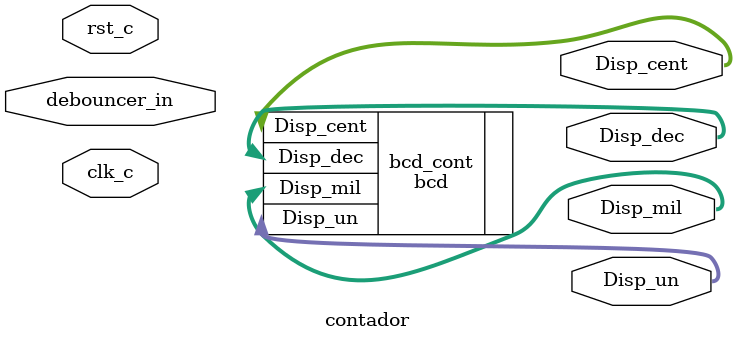
<source format=v>
module contador (
	input clk_c, rst_c,debouncer_in,
	output [6:0] Disp_un, Disp_dec, Disp_cent, Disp_mil

);

	reg clkdiv;
	wire clk_div;
	
	clkdiv clkdiv_count(
		.clk(clk_c),
		.rst(rst_c),
		.clk_div()
	);
	
	debouncer debouncer_count(
		.clk(clk_c),
		.rst_a_p(rst_c),
		.debouncer_in(debouncer_in),
		.debouncer_out()
	);
	
	counter counter_count(
		.clk(clk_div),
		.rst(rst_c),
		.enable(),
		.count()
	);
	
	bcd bcd_cont(
		.Disp_un(Disp_un),
		.Disp_dec(Disp_dec),
		.Disp_cent(Disp_cent),
		.Disp_mil(Disp_mil)
		
	);

endmodule
</source>
